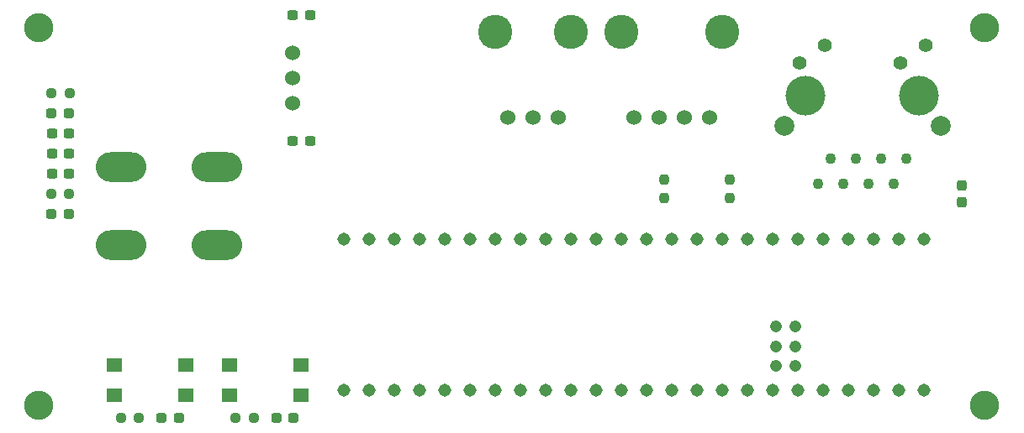
<source format=gts>
G04 #@! TF.GenerationSoftware,KiCad,Pcbnew,7.0.5*
G04 #@! TF.CreationDate,2024-03-24T13:33:04-05:00*
G04 #@! TF.ProjectId,RotatingSignalStack_board,526f7461-7469-46e6-9753-69676e616c53,rev?*
G04 #@! TF.SameCoordinates,Original*
G04 #@! TF.FileFunction,Soldermask,Top*
G04 #@! TF.FilePolarity,Negative*
%FSLAX46Y46*%
G04 Gerber Fmt 4.6, Leading zero omitted, Abs format (unit mm)*
G04 Created by KiCad (PCBNEW 7.0.5) date 2024-03-24 13:33:04*
%MOMM*%
%LPD*%
G01*
G04 APERTURE LIST*
G04 Aperture macros list*
%AMRoundRect*
0 Rectangle with rounded corners*
0 $1 Rounding radius*
0 $2 $3 $4 $5 $6 $7 $8 $9 X,Y pos of 4 corners*
0 Add a 4 corners polygon primitive as box body*
4,1,4,$2,$3,$4,$5,$6,$7,$8,$9,$2,$3,0*
0 Add four circle primitives for the rounded corners*
1,1,$1+$1,$2,$3*
1,1,$1+$1,$4,$5*
1,1,$1+$1,$6,$7*
1,1,$1+$1,$8,$9*
0 Add four rect primitives between the rounded corners*
20,1,$1+$1,$2,$3,$4,$5,0*
20,1,$1+$1,$4,$5,$6,$7,0*
20,1,$1+$1,$6,$7,$8,$9,0*
20,1,$1+$1,$8,$9,$2,$3,0*%
G04 Aperture macros list end*
%ADD10RoundRect,0.237500X-0.237500X0.300000X-0.237500X-0.300000X0.237500X-0.300000X0.237500X0.300000X0*%
%ADD11C,1.524000*%
%ADD12RoundRect,0.237500X0.250000X0.237500X-0.250000X0.237500X-0.250000X-0.237500X0.250000X-0.237500X0*%
%ADD13C,2.946400*%
%ADD14O,5.100000X3.000000*%
%ADD15C,1.308000*%
%ADD16C,1.208000*%
%ADD17RoundRect,0.237500X0.300000X0.237500X-0.300000X0.237500X-0.300000X-0.237500X0.300000X-0.237500X0*%
%ADD18RoundRect,0.237500X0.237500X-0.250000X0.237500X0.250000X-0.237500X0.250000X-0.237500X-0.250000X0*%
%ADD19RoundRect,0.237500X0.287500X0.237500X-0.287500X0.237500X-0.287500X-0.237500X0.287500X-0.237500X0*%
%ADD20RoundRect,0.237500X-0.300000X-0.237500X0.300000X-0.237500X0.300000X0.237500X-0.300000X0.237500X0*%
%ADD21RoundRect,0.237500X-0.250000X-0.237500X0.250000X-0.237500X0.250000X0.237500X-0.250000X0.237500X0*%
%ADD22R,1.600000X1.400000*%
%ADD23C,3.450000*%
%ADD24C,1.100000*%
%ADD25C,1.400000*%
%ADD26C,4.000000*%
%ADD27C,2.000000*%
G04 APERTURE END LIST*
D10*
X224536000Y-97181500D03*
X224536000Y-98906500D03*
D11*
X157099000Y-88900000D03*
X157099000Y-86360000D03*
X157099000Y-83820000D03*
D12*
X134667000Y-87884000D03*
X132842000Y-87884000D03*
D13*
X131572000Y-119380000D03*
D14*
X139814300Y-103173500D03*
X139814300Y-95299500D03*
D15*
X218186000Y-102616000D03*
X215646000Y-102616000D03*
X213106000Y-102616000D03*
X210566000Y-102616000D03*
X185166000Y-102616000D03*
X215646000Y-117856000D03*
X208026000Y-102616000D03*
X205486000Y-102616000D03*
X202946000Y-102616000D03*
X200406000Y-102616000D03*
X197866000Y-102616000D03*
X195326000Y-102616000D03*
X192786000Y-102616000D03*
X190246000Y-102616000D03*
X187706000Y-102616000D03*
X187706000Y-117856000D03*
X190246000Y-117856000D03*
X192786000Y-117856000D03*
X195326000Y-117856000D03*
X197866000Y-117856000D03*
X200406000Y-117856000D03*
X202946000Y-117856000D03*
X205486000Y-117856000D03*
X208026000Y-117856000D03*
X210566000Y-117856000D03*
X213106000Y-117856000D03*
X182626000Y-102616000D03*
X180086000Y-102616000D03*
X177546000Y-102616000D03*
X175006000Y-102616000D03*
X172466000Y-102616000D03*
X169926000Y-102616000D03*
X167386000Y-102616000D03*
X164846000Y-102616000D03*
X162306000Y-102616000D03*
X162306000Y-117856000D03*
X164846000Y-117856000D03*
X167386000Y-117856000D03*
X169926000Y-117856000D03*
X172466000Y-117856000D03*
X175006000Y-117856000D03*
X177546000Y-117856000D03*
X180086000Y-117856000D03*
X182626000Y-117856000D03*
X220726000Y-102616000D03*
X185166000Y-117856000D03*
X218186000Y-117856000D03*
D16*
X205756000Y-113406000D03*
X207756000Y-113406000D03*
X207756000Y-115406000D03*
X205756000Y-115406000D03*
X205756000Y-111406000D03*
X207756000Y-111406000D03*
D15*
X220726000Y-117856000D03*
D17*
X134620000Y-91948000D03*
X132895000Y-91948000D03*
D18*
X201168000Y-98448500D03*
X201168000Y-96623500D03*
D19*
X157226000Y-120650000D03*
X155476000Y-120650000D03*
D13*
X226822000Y-81280000D03*
D18*
X194564000Y-98448500D03*
X194564000Y-96623500D03*
D13*
X226822000Y-119380000D03*
D19*
X134592000Y-100076000D03*
X132842000Y-100076000D03*
D14*
X149466300Y-103173500D03*
X149466300Y-95299500D03*
D17*
X134620000Y-93980000D03*
X132895000Y-93980000D03*
D19*
X134592000Y-89916000D03*
X132842000Y-89916000D03*
D20*
X157125500Y-80010000D03*
X158850500Y-80010000D03*
D21*
X139803500Y-120650000D03*
X141628500Y-120650000D03*
D13*
X131572000Y-81280000D03*
D17*
X134620000Y-96012000D03*
X132895000Y-96012000D03*
D22*
X139148000Y-115340000D03*
X146348000Y-115340000D03*
X139148000Y-118340000D03*
X146348000Y-118340000D03*
D23*
X190246000Y-81661000D03*
X200406000Y-81661000D03*
D11*
X191516000Y-90297000D03*
X194056000Y-90297000D03*
X196596000Y-90297000D03*
X199136000Y-90297000D03*
D21*
X132795000Y-98044000D03*
X134620000Y-98044000D03*
D19*
X145655000Y-120650000D03*
X143905000Y-120650000D03*
D22*
X150719000Y-115340000D03*
X157919000Y-115340000D03*
X150719000Y-118340000D03*
X157919000Y-118340000D03*
D21*
X151374500Y-120650000D03*
X153199500Y-120650000D03*
D24*
X218948000Y-94488000D03*
X217678000Y-97028000D03*
X216408000Y-94488000D03*
X215138000Y-97028000D03*
X213868000Y-94488000D03*
X212598000Y-97028000D03*
X211328000Y-94488000D03*
X210058000Y-97028000D03*
D25*
X220828000Y-83058000D03*
X218288000Y-84848000D03*
X210718000Y-83058000D03*
X208178000Y-84848000D03*
D26*
X220218000Y-88138000D03*
X208788000Y-88138000D03*
D27*
X222378000Y-91188000D03*
X206628000Y-91188000D03*
D23*
X177546000Y-81661000D03*
X185166000Y-81661000D03*
D11*
X178816000Y-90297000D03*
X181356000Y-90297000D03*
X183896000Y-90297000D03*
D20*
X157125500Y-92710000D03*
X158850500Y-92710000D03*
M02*

</source>
